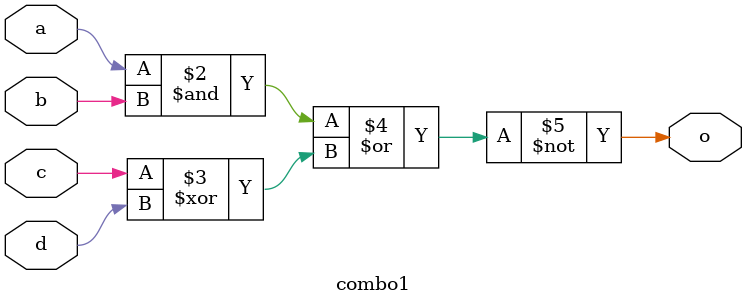
<source format=v>
module combo1 (input a, 
					input b,
					input c,
					input d,
					output reg o);
	always @ (a or b or c or d) begin
		o <= ~((a & b) | (c^d));
	end
endmodule
</source>
